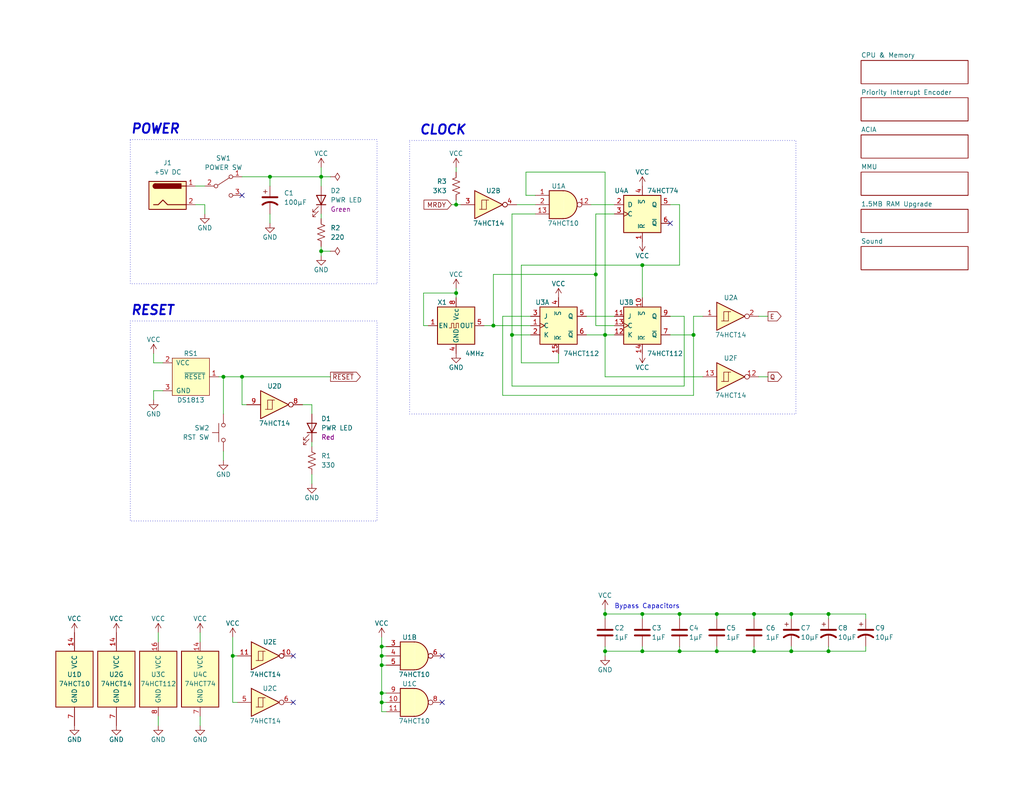
<source format=kicad_sch>
(kicad_sch (version 20230121) (generator eeschema)
  (paper "USLetter")
  (title_block (title "Power, Reset, Clock") (date "2024-01-16") (rev "1.0") (company "Frédéric Segard") (comment 1 "MicroHobbyist's Retro Homebrew Computers") (comment 2 "microhobbyist.com"))
  (lib_symbols
    (symbol "0_Library:DS1813" (pin_names (offset 1.016))
      (property "Reference" "RS" (at 0 2.54 0))
      (property "Value" "DS1813" (at 0 0 0))
      (symbol "DS1813_0_1"
        (rectangle (start 5.08 -1.27) (end -5.08 -11.43) (fill (type background)))
      )
      (symbol "DS1813_1_1"
        (pin output line (at 7.62 -6.35 180) (length 2.54) (name "~{RESET}") (number "1"))
        (pin input line (at -7.62 -2.54 0) (length 2.54) (name "VCC") (number "2"))
        (pin power_in line (at -7.62 -10.16 0) (length 2.54) (name "GND") (number "3"))
      )
    )
    (symbol "74xx:74HC74" (pin_names (offset 1.016))
      (property "Reference" "U" (at -7.62 8.89 0))
      (property "Value" "74HC74" (at -7.62 -8.89 0))
      (symbol "74HC74_1_0"
        (pin input line (at 0 -7.62 90) (length 2.54) (name "~{R}") (number "1"))
        (pin input line (at -7.62 2.54 0) (length 2.54) (name "D") (number "2"))
        (pin input clock (at -7.62 0 0) (length 2.54) (name "C") (number "3"))
        (pin input line (at 0 7.62 270) (length 2.54) (name "~{S}") (number "4"))
        (pin output line (at 7.62 2.54 180) (length 2.54) (name "Q") (number "5"))
        (pin output line (at 7.62 -2.54 180) (length 2.54) (name "~{Q}") (number "6"))
      )
      (symbol "74HC74_1_1"
        (rectangle (start -5.08 5.08) (end 5.08 -5.08) (stroke (width 0.254)) (fill (type background)))
      )
      (symbol "74HC74_2_0"
        (pin input line (at 0 7.62 270) (length 2.54) (name "~{S}") (number "10"))
        (pin input clock (at -7.62 0 0) (length 2.54) (name "C") (number "11"))
        (pin input line (at -7.62 2.54 0) (length 2.54) (name "D") (number "12"))
        (pin input line (at 0 -7.62 90) (length 2.54) (name "~{R}") (number "13"))
        (pin output line (at 7.62 -2.54 180) (length 2.54) (name "~{Q}") (number "8"))
        (pin output line (at 7.62 2.54 180) (length 2.54) (name "Q") (number "9"))
      )
      (symbol "74HC74_2_1"
        (rectangle (start -5.08 5.08) (end 5.08 -5.08) (stroke (width 0.254)) (fill (type background)))
      )
      (symbol "74HC74_3_0"
        (pin power_in line (at 0 10.16 270) (length 2.54) (name "VCC") (number "14"))
        (pin power_in line (at 0 -10.16 90) (length 2.54) (name "GND") (number "7"))
      )
      (symbol "74HC74_3_1"
        (rectangle (start -5.08 7.62) (end 5.08 -7.62) (stroke (width 0.254)) (fill (type background)))
      )
    )
    (symbol "74xx:74LS10" (pin_names (offset 1.016))
      (property "Reference" "U" (at 0 1.27 0))
      (property "Value" "74LS10" (at 0 -1.27 0))
      (symbol "74LS10_1_1"
        (arc (start 0 -3.81) (mid 3.7934 0) (end 0 3.81) (stroke (width 0.254)) (fill (type background)))
        (polyline (pts (xy 0 3.81) (xy -3.81 3.81) (xy -3.81 -3.81) (xy 0 -3.81)) (stroke (width 0.254)) (fill (type background)))
        (pin input line (at -7.62 2.54 0) (length 3.81) (name "~") (number "1"))
        (pin output inverted (at 7.62 0 180) (length 3.81) (name "~") (number "12"))
        (pin input line (at -7.62 -2.54 0) (length 3.81) (name "~") (number "13"))
        (pin input line (at -7.62 0 0) (length 3.81) (name "~") (number "2"))
      )
      (symbol "74LS10_1_2"
        (arc (start -3.81 -3.81) (mid -2.589 0) (end -3.81 3.81) (stroke (width 0.254)))
        (arc (start -0.6096 -3.81) (mid 2.1842 -2.5851) (end 3.81 0) (stroke (width 0.254)) (fill (type background)))
        (polyline (pts (xy -3.81 -3.81) (xy -0.635 -3.81)) (stroke (width 0.254)) (fill (type background)))
        (polyline (pts (xy -3.81 3.81) (xy -0.635 3.81)) (stroke (width 0.254)) (fill (type background)))
        (polyline (pts (xy -0.635 3.81) (xy -3.81 3.81) (xy -3.81 3.81) (xy -3.556 3.4036) (xy -3.0226 2.2606) (xy -2.6924 1.0414) (xy -2.6162 -0.254) (xy -2.7686 -1.4986) (xy -3.175 -2.7178) (xy -3.81 -3.81) (xy -3.81 -3.81) (xy -0.635 -3.81)) (stroke (width -25.4)) (fill (type background)))
        (arc (start 3.81 0) (mid 2.1915 2.5936) (end -0.6096 3.81) (stroke (width 0.254)) (fill (type background)))
        (pin input inverted (at -7.62 2.54 0) (length 4.318) (name "~") (number "1"))
        (pin output line (at 7.62 0 180) (length 3.81) (name "~") (number "12"))
        (pin input inverted (at -7.62 -2.54 0) (length 4.318) (name "~") (number "13"))
        (pin input inverted (at -7.62 0 0) (length 4.953) (name "~") (number "2"))
      )
      (symbol "74LS10_2_1"
        (arc (start 0 -3.81) (mid 3.7934 0) (end 0 3.81) (stroke (width 0.254)) (fill (type background)))
        (polyline (pts (xy 0 3.81) (xy -3.81 3.81) (xy -3.81 -3.81) (xy 0 -3.81)) (stroke (width 0.254)) (fill (type background)))
        (pin input line (at -7.62 2.54 0) (length 3.81) (name "~") (number "3"))
        (pin input line (at -7.62 0 0) (length 3.81) (name "~") (number "4"))
        (pin input line (at -7.62 -2.54 0) (length 3.81) (name "~") (number "5"))
        (pin output inverted (at 7.62 0 180) (length 3.81) (name "~") (number "6"))
      )
      (symbol "74LS10_2_2"
        (arc (start -3.81 -3.81) (mid -2.589 0) (end -3.81 3.81) (stroke (width 0.254)))
        (arc (start -0.6096 -3.81) (mid 2.1842 -2.5851) (end 3.81 0) (stroke (width 0.254)) (fill (type background)))
        (polyline (pts (xy -3.81 -3.81) (xy -0.635 -3.81)) (stroke (width 0.254)) (fill (type background)))
        (polyline (pts (xy -3.81 3.81) (xy -0.635 3.81)) (stroke (width 0.254)) (fill (type background)))
        (polyline (pts (xy -0.635 3.81) (xy -3.81 3.81) (xy -3.81 3.81) (xy -3.556 3.4036) (xy -3.0226 2.2606) (xy -2.6924 1.0414) (xy -2.6162 -0.254) (xy -2.7686 -1.4986) (xy -3.175 -2.7178) (xy -3.81 -3.81) (xy -3.81 -3.81) (xy -0.635 -3.81)) (stroke (width -25.4)) (fill (type background)))
        (arc (start 3.81 0) (mid 2.1915 2.5936) (end -0.6096 3.81) (stroke (width 0.254)) (fill (type background)))
        (pin input inverted (at -7.62 2.54 0) (length 4.318) (name "~") (number "3"))
        (pin input inverted (at -7.62 0 0) (length 4.953) (name "~") (number "4"))
        (pin input inverted (at -7.62 -2.54 0) (length 4.318) (name "~") (number "5"))
        (pin output line (at 7.62 0 180) (length 3.81) (name "~") (number "6"))
      )
      (symbol "74LS10_3_1"
        (arc (start 0 -3.81) (mid 3.7934 0) (end 0 3.81) (stroke (width 0.254)) (fill (type background)))
        (polyline (pts (xy 0 3.81) (xy -3.81 3.81) (xy -3.81 -3.81) (xy 0 -3.81)) (stroke (width 0.254)) (fill (type background)))
        (pin input line (at -7.62 0 0) (length 3.81) (name "~") (number "10"))
        (pin input line (at -7.62 -2.54 0) (length 3.81) (name "~") (number "11"))
        (pin output inverted (at 7.62 0 180) (length 3.81) (name "~") (number "8"))
        (pin input line (at -7.62 2.54 0) (length 3.81) (name "~") (number "9"))
      )
      (symbol "74LS10_3_2"
        (arc (start -3.81 -3.81) (mid -2.589 0) (end -3.81 3.81) (stroke (width 0.254)))
        (arc (start -0.6096 -3.81) (mid 2.1842 -2.5851) (end 3.81 0) (stroke (width 0.254)) (fill (type background)))
        (polyline (pts (xy -3.81 -3.81) (xy -0.635 -3.81)) (stroke (width 0.254)) (fill (type background)))
        (polyline (pts (xy -3.81 3.81) (xy -0.635 3.81)) (stroke (width 0.254)) (fill (type background)))
        (polyline (pts (xy -0.635 3.81) (xy -3.81 3.81) (xy -3.81 3.81) (xy -3.556 3.4036) (xy -3.0226 2.2606) (xy -2.6924 1.0414) (xy -2.6162 -0.254) (xy -2.7686 -1.4986) (xy -3.175 -2.7178) (xy -3.81 -3.81) (xy -3.81 -3.81) (xy -0.635 -3.81)) (stroke (width -25.4)) (fill (type background)))
        (arc (start 3.81 0) (mid 2.1915 2.5936) (end -0.6096 3.81) (stroke (width 0.254)) (fill (type background)))
        (pin input inverted (at -7.62 0 0) (length 4.953) (name "~") (number "10"))
        (pin input inverted (at -7.62 -2.54 0) (length 4.318) (name "~") (number "11"))
        (pin output line (at 7.62 0 180) (length 3.81) (name "~") (number "8"))
        (pin input inverted (at -7.62 2.54 0) (length 4.318) (name "~") (number "9"))
      )
      (symbol "74LS10_4_0"
        (pin power_in line (at 0 12.7 270) (length 5.08) (name "VCC") (number "14"))
        (pin power_in line (at 0 -12.7 90) (length 5.08) (name "GND") (number "7"))
      )
      (symbol "74LS10_4_1"
        (rectangle (start -5.08 7.62) (end 5.08 -7.62) (stroke (width 0.254)) (fill (type background)))
      )
    )
    (symbol "74xx:74LS112" (pin_names (offset 1.016))
      (property "Reference" "U" (at -7.62 8.89 0))
      (property "Value" "74LS112" (at -7.62 -8.89 0))
      (symbol "74LS112_1_0"
        (pin input clock (at -7.62 0 0) (length 2.54) (name "C") (number "1"))
        (pin input line (at 0 -7.62 90) (length 2.54) (name "~{R}") (number "15"))
        (pin input line (at -7.62 -2.54 0) (length 2.54) (name "K") (number "2"))
        (pin input line (at -7.62 2.54 0) (length 2.54) (name "J") (number "3"))
        (pin input line (at 0 7.62 270) (length 2.54) (name "~{S}") (number "4"))
        (pin output line (at 7.62 2.54 180) (length 2.54) (name "Q") (number "5"))
        (pin output line (at 7.62 -2.54 180) (length 2.54) (name "~{Q}") (number "6"))
      )
      (symbol "74LS112_1_1"
        (rectangle (start -5.08 5.08) (end 5.08 -5.08) (stroke (width 0.254)) (fill (type background)))
      )
      (symbol "74LS112_2_0"
        (pin input line (at 0 7.62 270) (length 2.54) (name "~{S}") (number "10"))
        (pin input line (at -7.62 2.54 0) (length 2.54) (name "J") (number "11"))
        (pin input line (at -7.62 -2.54 0) (length 2.54) (name "K") (number "12"))
        (pin input clock (at -7.62 0 0) (length 2.54) (name "C") (number "13"))
        (pin input line (at 0 -7.62 90) (length 2.54) (name "~{R}") (number "14"))
        (pin output line (at 7.62 -2.54 180) (length 2.54) (name "~{Q}") (number "7"))
        (pin output line (at 7.62 2.54 180) (length 2.54) (name "Q") (number "9"))
      )
      (symbol "74LS112_2_1"
        (rectangle (start -5.08 5.08) (end 5.08 -5.08) (stroke (width 0.254)) (fill (type background)))
      )
      (symbol "74LS112_3_0"
        (pin power_in line (at 0 10.16 270) (length 2.54) (name "VCC") (number "16"))
        (pin power_in line (at 0 -10.16 90) (length 2.54) (name "GND") (number "8"))
      )
      (symbol "74LS112_3_1"
        (rectangle (start -5.08 7.62) (end 5.08 -7.62) (stroke (width 0.254)) (fill (type background)))
      )
    )
    (symbol "74xx:74LS14" (pin_names (offset 1.016))
      (property "Reference" "U" (at 0 1.27 0))
      (property "Value" "74LS14" (at 0 -1.27 0))
      (symbol "74LS14_1_0"
        (polyline (pts (xy -3.81 3.81) (xy -3.81 -3.81) (xy 3.81 0) (xy -3.81 3.81)) (stroke (width 0.254)) (fill (type background)))
        (pin input line (at -7.62 0 0) (length 3.81) (name "~") (number "1"))
        (pin output inverted (at 7.62 0 180) (length 3.81) (name "~") (number "2"))
      )
      (symbol "74LS14_1_1"
        (polyline (pts (xy -1.905 -1.27) (xy -1.905 1.27) (xy -0.635 1.27)))
        (polyline (pts (xy -2.54 -1.27) (xy -0.635 -1.27) (xy -0.635 1.27) (xy 0 1.27)))
      )
      (symbol "74LS14_2_0"
        (polyline (pts (xy -3.81 3.81) (xy -3.81 -3.81) (xy 3.81 0) (xy -3.81 3.81)) (stroke (width 0.254)) (fill (type background)))
        (pin input line (at -7.62 0 0) (length 3.81) (name "~") (number "3"))
        (pin output inverted (at 7.62 0 180) (length 3.81) (name "~") (number "4"))
      )
      (symbol "74LS14_2_1"
        (polyline (pts (xy -1.905 -1.27) (xy -1.905 1.27) (xy -0.635 1.27)))
        (polyline (pts (xy -2.54 -1.27) (xy -0.635 -1.27) (xy -0.635 1.27) (xy 0 1.27)))
      )
      (symbol "74LS14_3_0"
        (polyline (pts (xy -3.81 3.81) (xy -3.81 -3.81) (xy 3.81 0) (xy -3.81 3.81)) (stroke (width 0.254)) (fill (type background)))
        (pin input line (at -7.62 0 0) (length 3.81) (name "~") (number "5"))
        (pin output inverted (at 7.62 0 180) (length 3.81) (name "~") (number "6"))
      )
      (symbol "74LS14_3_1"
        (polyline (pts (xy -1.905 -1.27) (xy -1.905 1.27) (xy -0.635 1.27)))
        (polyline (pts (xy -2.54 -1.27) (xy -0.635 -1.27) (xy -0.635 1.27) (xy 0 1.27)))
      )
      (symbol "74LS14_4_0"
        (polyline (pts (xy -3.81 3.81) (xy -3.81 -3.81) (xy 3.81 0) (xy -3.81 3.81)) (stroke (width 0.254)) (fill (type background)))
        (pin output inverted (at 7.62 0 180) (length 3.81) (name "~") (number "8"))
        (pin input line (at -7.62 0 0) (length 3.81) (name "~") (number "9"))
      )
      (symbol "74LS14_4_1"
        (polyline (pts (xy -1.905 -1.27) (xy -1.905 1.27) (xy -0.635 1.27)))
        (polyline (pts (xy -2.54 -1.27) (xy -0.635 -1.27) (xy -0.635 1.27) (xy 0 1.27)))
      )
      (symbol "74LS14_5_0"
        (polyline (pts (xy -3.81 3.81) (xy -3.81 -3.81) (xy 3.81 0) (xy -3.81 3.81)) (stroke (width 0.254)) (fill (type background)))
        (pin output inverted (at 7.62 0 180) (length 3.81) (name "~") (number "10"))
        (pin input line (at -7.62 0 0) (length 3.81) (name "~") (number "11"))
      )
      (symbol "74LS14_5_1"
        (polyline (pts (xy -1.905 -1.27) (xy -1.905 1.27) (xy -0.635 1.27)))
        (polyline (pts (xy -2.54 -1.27) (xy -0.635 -1.27) (xy -0.635 1.27) (xy 0 1.27)))
      )
      (symbol "74LS14_6_0"
        (polyline (pts (xy -3.81 3.81) (xy -3.81 -3.81) (xy 3.81 0) (xy -3.81 3.81)) (stroke (width 0.254)) (fill (type background)))
        (pin output inverted (at 7.62 0 180) (length 3.81) (name "~") (number "12"))
        (pin input line (at -7.62 0 0) (length 3.81) (name "~") (number "13"))
      )
      (symbol "74LS14_6_1"
        (polyline (pts (xy -1.905 -1.27) (xy -1.905 1.27) (xy -0.635 1.27)))
        (polyline (pts (xy -2.54 -1.27) (xy -0.635 -1.27) (xy -0.635 1.27) (xy 0 1.27)))
      )
      (symbol "74LS14_7_0"
        (pin power_in line (at 0 12.7 270) (length 5.08) (name "VCC") (number "14"))
        (pin power_in line (at 0 -12.7 90) (length 5.08) (name "GND") (number "7"))
      )
      (symbol "74LS14_7_1"
        (rectangle (start -5.08 7.62) (end 5.08 -7.62) (stroke (width 0.254)) (fill (type background)))
      )
    )
    (symbol "Connector:Barrel_Jack" (pin_names (offset 1.016))
      (property "Reference" "J" (at 0 5.334 0))
      (property "Value" "Barrel_Jack" (at 0 -5.08 0))
      (symbol "Barrel_Jack_0_1"
        (rectangle (start -5.08 3.81) (end 5.08 -3.81) (stroke (width 0.254)) (fill (type background)))
        (arc (start -3.302 3.175) (mid -3.9343 2.54) (end -3.302 1.905) (stroke (width 0.254)))
        (arc (start -3.302 3.175) (mid -3.9343 2.54) (end -3.302 1.905) (stroke (width 0.254)) (fill (type outline)))
        (polyline (pts (xy 5.08 2.54) (xy 3.81 2.54)) (stroke (width 0.254)))
        (polyline (pts (xy -3.81 -2.54) (xy -2.54 -2.54) (xy -1.27 -1.27) (xy 0 -2.54) (xy 2.54 -2.54) (xy 5.08 -2.54)) (stroke (width 0.254)))
        (rectangle (start 3.683 3.175) (end -3.302 1.905) (stroke (width 0.254)) (fill (type outline)))
      )
      (symbol "Barrel_Jack_1_1"
        (pin passive line (at 7.62 2.54 180) (length 2.54) (name "~") (number "1"))
        (pin passive line (at 7.62 -2.54 180) (length 2.54) (name "~") (number "2"))
      )
    )
    (symbol "Device:C" (pin_numbers hide) (pin_names (offset 0.254))
      (property "Reference" "C" (at 0.635 2.54 0))
      (property "Value" "C" (at 0.635 -2.54 0))
      (symbol "C_0_1"
        (polyline (pts (xy -2.032 -0.762) (xy 2.032 -0.762)) (stroke (width 0.508)))
        (polyline (pts (xy -2.032 0.762) (xy 2.032 0.762)) (stroke (width 0.508)))
      )
      (symbol "C_1_1"
        (pin passive line (at 0 3.81 270) (length 2.794) (name "~") (number "1"))
        (pin passive line (at 0 -3.81 90) (length 2.794) (name "~") (number "2"))
      )
    )
    (symbol "Device:C_Polarized_US" (pin_numbers hide) (pin_names (offset 0.254) hide)
      (property "Reference" "C" (at 0.635 2.54 0))
      (property "Value" "C_Polarized_US" (at 0.635 -2.54 0))
      (symbol "C_Polarized_US_0_1"
        (polyline (pts (xy -2.032 0.762) (xy 2.032 0.762)) (stroke (width 0.508)))
        (polyline (pts (xy -1.778 2.286) (xy -0.762 2.286)))
        (polyline (pts (xy -1.27 1.778) (xy -1.27 2.794)))
        (arc (start 2.032 -1.27) (mid 0 -0.5572) (end -2.032 -1.27) (stroke (width 0.508)))
      )
      (symbol "C_Polarized_US_1_1"
        (pin passive line (at 0 3.81 270) (length 2.794) (name "~") (number "1"))
        (pin passive line (at 0 -3.81 90) (length 3.302) (name "~") (number "2"))
      )
    )
    (symbol "Device:LED" (pin_numbers hide) (pin_names (offset 1.016) hide)
      (property "Reference" "D" (at 0 2.54 0))
      (property "Value" "LED" (at 0 -2.54 0))
      (symbol "LED_0_1"
        (polyline (pts (xy -1.27 -1.27) (xy -1.27 1.27)) (stroke (width 0.254)))
        (polyline (pts (xy -1.27 0) (xy 1.27 0)))
        (polyline (pts (xy 1.27 -1.27) (xy 1.27 1.27) (xy -1.27 0) (xy 1.27 -1.27)) (stroke (width 0.254)))
        (polyline (pts (xy -3.048 -0.762) (xy -4.572 -2.286) (xy -3.81 -2.286) (xy -4.572 -2.286) (xy -4.572 -1.524)))
        (polyline (pts (xy -1.778 -0.762) (xy -3.302 -2.286) (xy -2.54 -2.286) (xy -3.302 -2.286) (xy -3.302 -1.524)))
      )
      (symbol "LED_1_1"
        (pin passive line (at -3.81 0 0) (length 2.54) (name "K") (number "1"))
        (pin passive line (at 3.81 0 180) (length 2.54) (name "A") (number "2"))
      )
    )
    (symbol "Device:R_US" (pin_numbers hide) (pin_names (offset 0))
      (property "Reference" "R" (at 2.54 0 90))
      (property "Value" "R_US" (at -2.54 0 90))
      (symbol "R_US_0_1"
        (polyline (pts (xy 0 -2.286) (xy 0 -2.54)))
        (polyline (pts (xy 0 2.286) (xy 0 2.54)))
        (polyline (pts (xy 0 -0.762) (xy 1.016 -1.143) (xy 0 -1.524) (xy -1.016 -1.905) (xy 0 -2.286)))
        (polyline (pts (xy 0 0.762) (xy 1.016 0.381) (xy 0 0) (xy -1.016 -0.381) (xy 0 -0.762)))
        (polyline (pts (xy 0 2.286) (xy 1.016 1.905) (xy 0 1.524) (xy -1.016 1.143) (xy 0 0.762)))
      )
      (symbol "R_US_1_1"
        (pin passive line (at 0 3.81 270) (length 1.27) (name "~") (number "1"))
        (pin passive line (at 0 -3.81 90) (length 1.27) (name "~") (number "2"))
      )
    )
    (symbol "Oscillator:CXO_DIP8" (pin_names (offset 0.254))
      (property "Reference" "X" (at -5.08 6.35 0))
      (property "Value" "CXO_DIP8" (at 1.27 -6.35 0))
      (symbol "CXO_DIP8_0_1"
        (rectangle (start -5.08 5.08) (end 5.08 -5.08) (stroke (width 0.254)) (fill (type background)))
        (polyline (pts (xy -1.905 -0.635) (xy -1.27 -0.635) (xy -1.27 0.635) (xy -0.635 0.635) (xy -0.635 -0.635) (xy 0 -0.635) (xy 0 0.635) (xy 0.635 0.635) (xy 0.635 -0.635)))
      )
      (symbol "CXO_DIP8_1_1"
        (pin input line (at -7.62 0 0) (length 2.54) (name "EN") (number "1"))
        (pin power_in line (at 0 -7.62 90) (length 2.54) (name "GND") (number "4"))
        (pin output line (at 7.62 0 180) (length 2.54) (name "OUT") (number "5"))
        (pin power_in line (at 0 7.62 270) (length 2.54) (name "Vcc") (number "8"))
      )
    )
    (symbol "Switch:SW_Push" (pin_numbers hide) (pin_names (offset 1.016) hide)
      (property "Reference" "SW" (at 1.27 2.54 0))
      (property "Value" "SW_Push" (at 0 -1.524 0))
      (symbol "SW_Push_0_1"
        (circle (center -2.032 0) (radius 0.508))
        (polyline (pts (xy 0 1.27) (xy 0 3.048)))
        (polyline (pts (xy 2.54 1.27) (xy -2.54 1.27)))
        (circle (center 2.032 0) (radius 0.508))
        (pin passive line (at -5.08 0 0) (length 2.54) (name "1") (number "1"))
        (pin passive line (at 5.08 0 180) (length 2.54) (name "2") (number "2"))
      )
    )
    (symbol "Switch:SW_SPDT" (pin_names (offset 0) hide)
      (property "Reference" "SW" (at 0 4.318 0))
      (property "Value" "SW_SPDT" (at 0 -5.08 0))
      (symbol "SW_SPDT_0_0"
        (circle (center -2.032 0) (radius 0.508))
        (circle (center 2.032 -2.54) (radius 0.508))
      )
      (symbol "SW_SPDT_0_1"
        (polyline (pts (xy -1.524 0.254) (xy 1.651 2.286)))
        (circle (center 2.032 2.54) (radius 0.508))
      )
      (symbol "SW_SPDT_1_1"
        (pin passive line (at 5.08 2.54 180) (length 2.54) (name "A") (number "1"))
        (pin passive line (at -5.08 0 0) (length 2.54) (name "B") (number "2"))
        (pin passive line (at 5.08 -2.54 180) (length 2.54) (name "C") (number "3"))
      )
    )
    (symbol "power:GND" (power) (pin_names (offset 0))
      (property "Value" "GND" (at 0 -3.81 0))
      (symbol "GND_0_1"
        (polyline (pts (xy 0 0) (xy 0 -1.27) (xy 1.27 -1.27) (xy 0 -2.54) (xy -1.27 -1.27) (xy 0 -1.27)))
      )
      (symbol "GND_1_1"
        (pin power_in line (at 0 0 270) (length 0) hide (name "GND") (number "1"))
      )
    )
    (symbol "power:PWR_FLAG" (power) (pin_numbers hide) (pin_names (offset 0) hide)
      (property "Value" "PWR_FLAG" (at 0 3.81 0))
      (symbol "PWR_FLAG_0_0"
        (pin power_out line (at 0 0 90) (length 0) (name "pwr") (number "1"))
      )
      (symbol "PWR_FLAG_0_1"
        (polyline (pts (xy 0 0) (xy 0 1.27) (xy -1.016 1.905) (xy 0 2.54) (xy 1.016 1.905) (xy 0 1.27)))
      )
    )
    (symbol "power:VCC" (power) (pin_names (offset 0))
      (property "Value" "VCC" (at 0 3.81 0))
      (symbol "VCC_0_1"
        (polyline (pts (xy -0.762 1.27) (xy 0 2.54)))
        (polyline (pts (xy 0 0) (xy 0 2.54)))
        (polyline (pts (xy 0 2.54) (xy 0.762 1.27)))
      )
      (symbol "VCC_1_1"
        (pin power_in line (at 0 0 90) (length 0) hide (name "VCC") (number "1"))
      )
    )
  )
  (junction (at 185.42 167.64))
  (junction (at 104.14 179.07))
  (junction (at 104.14 191.77))
  (junction (at 139.7 91.44))
  (junction (at 226.06 167.64))
  (junction (at 104.14 181.61))
  (junction (at 205.74 177.8))
  (junction (at 60.96 102.87))
  (junction (at 175.26 72.39))
  (junction (at 104.14 189.23))
  (junction (at 165.1 91.44))
  (junction (at 185.42 177.8))
  (junction (at 205.74 167.64))
  (junction (at 162.56 74.93))
  (junction (at 87.63 48.26))
  (junction (at 189.23 91.44))
  (junction (at 175.26 177.8))
  (junction (at 165.1 177.8))
  (junction (at 87.63 68.58))
  (junction (at 66.04 102.87))
  (junction (at 63.5 179.07))
  (junction (at 124.46 80.01))
  (junction (at 134.62 88.9))
  (junction (at 215.9 167.64))
  (junction (at 165.1 167.64))
  (junction (at 73.66 48.26))
  (junction (at 195.58 177.8))
  (junction (at 215.9 177.8))
  (junction (at 195.58 167.64))
  (junction (at 226.06 177.8))
  (junction (at 175.26 167.64))
  (junction (at 104.14 176.53))
  (junction (at 124.46 55.88))
  (no_connect (at 80.01 179.07))
  (no_connect (at 120.65 191.77))
  (no_connect (at 80.01 191.77))
  (no_connect (at 120.65 179.07))
  (no_connect (at 66.04 53.34))
  (no_connect (at 182.88 60.96))
  (wire (pts (xy 236.22 176.53) (xy 236.22 177.8)))
  (wire (pts (xy 63.5 173.99) (xy 63.5 179.07)))
  (wire (pts (xy 215.9 177.8) (xy 226.06 177.8)))
  (wire (pts (xy 43.18 195.58) (xy 43.18 198.12)))
  (wire (pts (xy 104.14 189.23) (xy 105.41 189.23)))
  (wire (pts (xy 207.01 102.87) (xy 209.55 102.87)))
  (wire (pts (xy 137.16 86.36) (xy 137.16 107.95)))
  (wire (pts (xy 87.63 48.26) (xy 73.66 48.26)))
  (wire (pts (xy 87.63 58.42) (xy 87.63 59.69)))
  (wire (pts (xy 63.5 179.07) (xy 63.5 191.77)))
  (wire (pts (xy 186.69 86.36) (xy 186.69 105.41)))
  (wire (pts (xy 182.88 86.36) (xy 186.69 86.36)))
  (wire (pts (xy 175.26 167.64) (xy 185.42 167.64)))
  (wire (pts (xy 87.63 48.26) (xy 87.63 50.8)))
  (wire (pts (xy 165.1 91.44) (xy 165.1 46.99)))
  (wire (pts (xy 161.29 55.88) (xy 167.64 55.88)))
  (wire (pts (xy 124.46 78.74) (xy 124.46 80.01)))
  (wire (pts (xy 165.1 177.8) (xy 175.26 177.8)))
  (wire (pts (xy 87.63 67.31) (xy 87.63 68.58)))
  (wire (pts (xy 143.51 53.34) (xy 146.05 53.34)))
  (wire (pts (xy 85.09 129.54) (xy 85.09 132.08)))
  (wire (pts (xy 189.23 91.44) (xy 182.88 91.44)))
  (wire (pts (xy 104.14 181.61) (xy 104.14 179.07)))
  (wire (pts (xy 104.14 181.61) (xy 105.41 181.61)))
  (wire (pts (xy 186.69 105.41) (xy 139.7 105.41)))
  (wire (pts (xy 207.01 86.36) (xy 209.55 86.36)))
  (wire (pts (xy 205.74 167.64) (xy 205.74 168.91)))
  (wire (pts (xy 43.18 172.72) (xy 43.18 175.26)))
  (wire (pts (xy 142.24 99.06) (xy 142.24 72.39)))
  (wire (pts (xy 105.41 194.31) (xy 104.14 194.31)))
  (wire (pts (xy 66.04 102.87) (xy 66.04 110.49)))
  (wire (pts (xy 44.45 99.06) (xy 41.91 99.06)))
  (wire (pts (xy 167.64 88.9) (xy 162.56 88.9)))
  (wire (pts (xy 195.58 167.64) (xy 205.74 167.64)))
  (wire (pts (xy 152.4 96.52) (xy 152.4 99.06)))
  (wire (pts (xy 185.42 55.88) (xy 182.88 55.88)))
  (wire (pts (xy 54.61 172.72) (xy 54.61 175.26)))
  (wire (pts (xy 134.62 88.9) (xy 144.78 88.9)))
  (wire (pts (xy 104.14 176.53) (xy 105.41 176.53)))
  (wire (pts (xy 139.7 91.44) (xy 139.7 58.42)))
  (wire (pts (xy 143.51 46.99) (xy 143.51 53.34)))
  (wire (pts (xy 236.22 167.64) (xy 236.22 168.91)))
  (wire (pts (xy 54.61 195.58) (xy 54.61 198.12)))
  (wire (pts (xy 142.24 72.39) (xy 175.26 72.39)))
  (wire (pts (xy 82.55 110.49) (xy 85.09 110.49)))
  (wire (pts (xy 87.63 45.72) (xy 87.63 48.26)))
  (wire (pts (xy 53.34 55.88) (xy 55.88 55.88)))
  (wire (pts (xy 185.42 167.64) (xy 185.42 168.91)))
  (wire (pts (xy 165.1 177.8) (xy 165.1 179.07)))
  (wire (pts (xy 60.96 102.87) (xy 60.96 113.03)))
  (wire (pts (xy 215.9 177.8) (xy 205.74 177.8)))
  (wire (pts (xy 104.14 189.23) (xy 104.14 181.61)))
  (wire (pts (xy 162.56 58.42) (xy 162.56 74.93)))
  (wire (pts (xy 139.7 58.42) (xy 146.05 58.42)))
  (wire (pts (xy 124.46 55.88) (xy 125.73 55.88)))
  (wire (pts (xy 144.78 86.36) (xy 137.16 86.36)))
  (wire (pts (xy 165.1 176.53) (xy 165.1 177.8)))
  (wire (pts (xy 124.46 54.61) (xy 124.46 55.88)))
  (wire (pts (xy 162.56 58.42) (xy 167.64 58.42)))
  (wire (pts (xy 195.58 167.64) (xy 195.58 168.91)))
  (wire (pts (xy 41.91 99.06) (xy 41.91 96.52)))
  (wire (pts (xy 226.06 167.64) (xy 226.06 168.91)))
  (wire (pts (xy 63.5 191.77) (xy 64.77 191.77)))
  (wire (pts (xy 226.06 167.64) (xy 236.22 167.64)))
  (wire (pts (xy 123.19 55.88) (xy 124.46 55.88)))
  (wire (pts (xy 85.09 110.49) (xy 85.09 113.03)))
  (wire (pts (xy 73.66 58.42) (xy 73.66 60.96)))
  (wire (pts (xy 165.1 167.64) (xy 175.26 167.64)))
  (wire (pts (xy 175.26 176.53) (xy 175.26 177.8)))
  (wire (pts (xy 215.9 168.91) (xy 215.9 167.64)))
  (wire (pts (xy 87.63 68.58) (xy 87.63 69.85)))
  (wire (pts (xy 185.42 177.8) (xy 195.58 177.8)))
  (wire (pts (xy 175.26 167.64) (xy 175.26 168.91)))
  (wire (pts (xy 137.16 107.95) (xy 189.23 107.95)))
  (wire (pts (xy 60.96 102.87) (xy 59.69 102.87)))
  (wire (pts (xy 134.62 74.93) (xy 162.56 74.93)))
  (wire (pts (xy 175.26 177.8) (xy 185.42 177.8)))
  (wire (pts (xy 189.23 107.95) (xy 189.23 91.44)))
  (wire (pts (xy 140.97 55.88) (xy 146.05 55.88)))
  (wire (pts (xy 162.56 88.9) (xy 162.56 74.93)))
  (wire (pts (xy 185.42 176.53) (xy 185.42 177.8)))
  (wire (pts (xy 165.1 102.87) (xy 165.1 91.44)))
  (wire (pts (xy 189.23 86.36) (xy 191.77 86.36)))
  (wire (pts (xy 104.14 194.31) (xy 104.14 191.77)))
  (wire (pts (xy 160.02 86.36) (xy 167.64 86.36)))
  (wire (pts (xy 60.96 102.87) (xy 66.04 102.87)))
  (wire (pts (xy 165.1 46.99) (xy 143.51 46.99)))
  (wire (pts (xy 191.77 102.87) (xy 165.1 102.87)))
  (wire (pts (xy 104.14 191.77) (xy 105.41 191.77)))
  (wire (pts (xy 66.04 102.87) (xy 90.17 102.87)))
  (wire (pts (xy 152.4 99.06) (xy 142.24 99.06)))
  (wire (pts (xy 175.26 72.39) (xy 185.42 72.39)))
  (wire (pts (xy 160.02 91.44) (xy 165.1 91.44)))
  (wire (pts (xy 124.46 80.01) (xy 124.46 81.28)))
  (wire (pts (xy 115.57 88.9) (xy 115.57 80.01)))
  (wire (pts (xy 139.7 91.44) (xy 144.78 91.44)))
  (wire (pts (xy 67.31 110.49) (xy 66.04 110.49)))
  (wire (pts (xy 60.96 123.19) (xy 60.96 125.73)))
  (wire (pts (xy 134.62 74.93) (xy 134.62 88.9)))
  (wire (pts (xy 115.57 80.01) (xy 124.46 80.01)))
  (wire (pts (xy 185.42 167.64) (xy 195.58 167.64)))
  (wire (pts (xy 175.26 72.39) (xy 175.26 81.28)))
  (wire (pts (xy 215.9 167.64) (xy 226.06 167.64)))
  (wire (pts (xy 185.42 72.39) (xy 185.42 55.88)))
  (wire (pts (xy 215.9 176.53) (xy 215.9 177.8)))
  (wire (pts (xy 195.58 177.8) (xy 205.74 177.8)))
  (wire (pts (xy 215.9 167.64) (xy 205.74 167.64)))
  (wire (pts (xy 85.09 120.65) (xy 85.09 121.92)))
  (wire (pts (xy 116.84 88.9) (xy 115.57 88.9)))
  (wire (pts (xy 87.63 48.26) (xy 90.17 48.26)))
  (wire (pts (xy 87.63 68.58) (xy 90.17 68.58)))
  (wire (pts (xy 124.46 45.72) (xy 124.46 46.99)))
  (wire (pts (xy 226.06 176.53) (xy 226.06 177.8)))
  (wire (pts (xy 44.45 106.68) (xy 41.91 106.68)))
  (wire (pts (xy 139.7 105.41) (xy 139.7 91.44)))
  (wire (pts (xy 165.1 167.64) (xy 165.1 168.91)))
  (wire (pts (xy 104.14 173.99) (xy 104.14 176.53)))
  (wire (pts (xy 41.91 106.68) (xy 41.91 109.22)))
  (wire (pts (xy 63.5 179.07) (xy 64.77 179.07)))
  (wire (pts (xy 66.04 48.26) (xy 73.66 48.26)))
  (wire (pts (xy 55.88 55.88) (xy 55.88 58.42)))
  (wire (pts (xy 189.23 86.36) (xy 189.23 91.44)))
  (wire (pts (xy 195.58 176.53) (xy 195.58 177.8)))
  (wire (pts (xy 53.34 50.8) (xy 55.88 50.8)))
  (wire (pts (xy 165.1 166.37) (xy 165.1 167.64)))
  (wire (pts (xy 104.14 179.07) (xy 104.14 176.53)))
  (wire (pts (xy 104.14 179.07) (xy 105.41 179.07)))
  (wire (pts (xy 73.66 48.26) (xy 73.66 50.8)))
  (wire (pts (xy 104.14 191.77) (xy 104.14 189.23)))
  (wire (pts (xy 132.08 88.9) (xy 134.62 88.9)))
  (wire (pts (xy 165.1 91.44) (xy 167.64 91.44)))
  (wire (pts (xy 226.06 177.8) (xy 236.22 177.8)))
  (wire (pts (xy 205.74 176.53) (xy 205.74 177.8)))
  (rectangle (start 35.56 38.1) (end 102.87 77.47) (stroke (width 0) (type dot)))
  (rectangle (start 111.76 38.354) (end 217.17 113.03) (stroke (width 0) (type dot)))
  (rectangle (start 35.56 87.63) (end 102.87 142.24) (stroke (width 0) (type dot)))
  (text "RESET" (at 35.56 86.36 0) (effects (font (size 2.54 2.54) (thickness 0.508) bold italic) (justify left bottom)))
  (text "Bypass Capacitors" (at 167.64 166.37 0) (effects (font (size 1.27 1.27)) (justify left bottom)))
  (text "CLOCK" (at 114.3 37.084 0) (effects (font (size 2.54 2.54) (thickness 0.508) bold italic) (justify left bottom)))
  (text "POWER" (at 35.56 36.83 0) (effects (font (size 2.54 2.54) (thickness 0.508) bold italic) (justify left bottom)))
  (global_label "MRDY" (shape input) (at 123.19 55.88 180) (property "Intersheetrefs" "${INTERSHEET_REFS}" (effects hide)))
  (global_label "~{RESET}" (shape output) (at 90.17 102.87 0) (property "Intersheetrefs" "${INTERSHEET_REFS}" (effects hide)))
  (global_label "E" (shape output) (at 209.55 86.36 0) (property "Intersheetrefs" "${INTERSHEET_REFS}" (effects hide)))
  (global_label "Q" (shape output) (at 209.55 102.87 0) (property "Intersheetrefs" "${INTERSHEET_REFS}" (effects hide)))
  (symbol (lib_id "Device:R_US") (at 85.09 125.73 0) (unit 1)
    (property "Reference" "R1" (at 87.63 124.46 0) (effects (justify left)))
    (property "Value" "330" (at 87.63 127 0) (effects (justify left)))
    (property "Footprint" "Resistor_THT:R_Axial_DIN0204_L3.6mm_D1.6mm_P7.62mm_Horizontal" (effects hide))
  )
  (symbol (lib_id "Device:C") (at 165.1 172.72 0) (unit 1)
    (property "Reference" "C2" (at 167.64 171.45 0) (effects (justify left)))
    (property "Value" "1µF" (at 167.64 173.99 0) (effects (justify left)))
    (property "Footprint" "Capacitor_THT:C_Disc_D3.0mm_W1.6mm_P2.50mm" (effects hide))
  )
  (symbol (lib_id "power:GND") (at 43.18 198.12 0) (mirror y) (unit 1)
    (property "Reference" "#PWR08" (effects hide))
    (property "Value" "GND" (at 43.18 201.93 0))
  )
  (symbol (lib_id "74xx:74LS14") (at 74.93 110.49 0) (unit 4)
    (property "Reference" "U2" (at 74.93 105.41 0))
    (property "Value" "74HCT14" (at 74.93 115.57 0))
    (property "Footprint" "Package_DIP:DIP-14_W7.62mm_Socket" (effects hide))
    (property "Datasheet" "http://www.ti.com/lit/gpn/sn74LS14" (effects hide))
  )
  (symbol (lib_id "74xx:74LS14") (at 31.75 185.42 0) (mirror y) (unit 7)
    (property "Reference" "U2" (at 31.75 184.15 0))
    (property "Value" "74HCT14" (at 31.75 186.69 0))
    (property "Footprint" "Package_DIP:DIP-14_W7.62mm_Socket" (effects hide))
    (property "Datasheet" "http://www.ti.com/lit/gpn/sn74LS14" (effects hide))
  )
  (symbol (lib_id "74xx:74HC74") (at 175.26 58.42 0) (unit 1)
    (property "Reference" "U4" (at 167.64 52.07 0) (effects (justify left)))
    (property "Value" "74HCT74" (at 176.53 52.07 0) (effects (justify left)))
    (property "Footprint" "Package_DIP:DIP-14_W7.62mm_Socket" (effects hide))
    (property "Datasheet" "74xx/74hc_hct74.pdf" (effects hide))
  )
  (symbol (lib_id "power:GND") (at 31.75 198.12 0) (mirror y) (unit 1)
    (property "Reference" "#PWR04" (effects hide))
    (property "Value" "GND" (at 31.75 201.93 0))
  )
  (symbol (lib_id "power:VCC") (at 175.26 96.52 180) (unit 1)
    (property "Reference" "#PWR028" (effects hide))
    (property "Value" "VCC" (at 175.26 100.33 0))
  )
  (symbol (lib_id "power:VCC") (at 104.14 173.99 0) (unit 1)
    (property "Reference" "#PWR019" (effects hide))
    (property "Value" "VCC" (at 104.14 170.18 0))
  )
  (symbol (lib_id "power:GND") (at 87.63 69.85 0) (unit 1)
    (property "Reference" "#PWR017" (effects hide))
    (property "Value" "GND" (at 87.63 73.66 0))
  )
  (symbol (lib_id "74xx:74LS14") (at 199.39 102.87 0) (unit 6)
    (property "Reference" "U2" (at 199.39 97.79 0))
    (property "Value" "74HCT14" (at 199.39 107.95 0))
    (property "Footprint" "Package_DIP:DIP-14_W7.62mm_Socket" (effects hide))
    (property "Datasheet" "http://www.ti.com/lit/gpn/sn74LS14" (effects hide))
  )
  (symbol (lib_id "Device:C_Polarized_US") (at 73.66 54.61 0) (unit 1)
    (property "Reference" "C1" (at 77.47 52.705 0) (effects (justify left)))
    (property "Value" "100µF" (at 77.47 55.245 0) (effects (justify left)))
    (property "Footprint" "Capacitor_THT:CP_Radial_D6.3mm_P2.50mm" (effects hide))
  )
  (symbol (lib_id "74xx:74HC74") (at 54.61 185.42 0) (mirror y) (unit 3)
    (property "Reference" "U4" (at 54.61 184.15 0))
    (property "Value" "74HCT74" (at 54.61 186.69 0))
    (property "Footprint" "Package_DIP:DIP-14_W7.62mm_Socket" (effects hide))
    (property "Datasheet" "74xx/74hc_hct74.pdf" (effects hide))
  )
  (symbol (lib_id "Device:C") (at 205.74 172.72 0) (unit 1)
    (property "Reference" "C6" (at 208.915 171.45 0) (effects (justify left)))
    (property "Value" "1µF" (at 208.915 173.99 0) (effects (justify left)))
    (property "Footprint" "Capacitor_THT:C_Disc_D3.0mm_W1.6mm_P2.50mm" (effects hide))
  )
  (symbol (lib_id "power:VCC") (at 31.75 172.72 0) (mirror y) (unit 1)
    (property "Reference" "#PWR03" (effects hide))
    (property "Value" "VCC" (at 31.75 168.91 0))
  )
  (symbol (lib_id "power:VCC") (at 87.63 45.72 0) (unit 1)
    (property "Reference" "#PWR016" (effects hide))
    (property "Value" "VCC" (at 87.63 41.91 0))
  )
  (symbol (lib_id "Switch:SW_Push") (at 60.96 118.11 90) (mirror x) (unit 1)
    (property "Reference" "SW2" (at 57.15 116.84 90) (effects (justify left)))
    (property "Value" "RST SW" (at 57.15 119.38 90) (effects (justify left)))
    (property "Footprint" "Button_Switch_THT:SW_Tactile_SPST_Angled_PTS645Vx58-2LFS" (effects hide))
  )
  (symbol (lib_id "74xx:74LS112") (at 43.18 185.42 0) (mirror y) (unit 3)
    (property "Reference" "U3" (at 43.18 184.15 0))
    (property "Value" "74HCT112" (at 43.18 186.69 0))
    (property "Footprint" "Package_DIP:DIP-18_W7.62mm_Socket" (effects hide))
    (property "Datasheet" "http://www.ti.com/lit/gpn/sn74LS112" (effects hide))
  )
  (symbol (lib_id "Device:LED") (at 87.63 54.61 270) (mirror x) (unit 1)
    (property "Reference" "D2" (at 90.17 52.07 90) (effects (justify left)))
    (property "Value" "PWR LED" (at 90.17 54.61 90) (effects (justify left)))
    (property "Footprint" "LED_THT:LED_D3.0mm" (effects hide))
    (property "Color" "Green" (at 90.17 57.15 90) (effects (justify left)))
  )
  (symbol (lib_id "Connector:Barrel_Jack") (at 45.72 53.34 0) (unit 1)
    (property "Reference" "J1" (at 45.72 44.45 0))
    (property "Value" "+5V DC" (at 45.72 46.99 0))
    (property "Footprint" "0_Library:Barrel_Jack_5.5mmODx2.1mmID_PJ-202A" (effects hide))
  )
  (symbol (lib_id "Device:C_Polarized_US") (at 226.06 172.72 0) (unit 1)
    (property "Reference" "C8" (at 228.6 171.45 0) (effects (justify left)))
    (property "Value" "10µF" (at 228.6 173.99 0) (effects (justify left)))
    (property "Footprint" "Capacitor_THT:CP_Radial_D5.0mm_P2.50mm" (effects hide))
  )
  (symbol (lib_id "power:VCC") (at 152.4 81.28 0) (unit 1)
    (property "Reference" "#PWR023" (effects hide))
    (property "Value" "VCC" (at 152.4 77.47 0))
  )
  (symbol (lib_id "Device:C_Polarized_US") (at 236.22 172.72 0) (unit 1)
    (property "Reference" "C9" (at 238.76 171.45 0) (effects (justify left)))
    (property "Value" "10µF" (at 238.76 173.99 0) (effects (justify left)))
    (property "Footprint" "Capacitor_THT:CP_Radial_D5.0mm_P2.50mm" (effects hide))
  )
  (symbol (lib_id "74xx:74LS14") (at 72.39 179.07 0) (unit 5)
    (property "Reference" "U2" (at 73.66 175.26 0))
    (property "Value" "74HCT14" (at 72.39 184.15 0))
    (property "Footprint" "Package_DIP:DIP-14_W7.62mm_Socket" (effects hide))
    (property "Datasheet" "http://www.ti.com/lit/gpn/sn74LS14" (effects hide))
  )
  (symbol (lib_id "Oscillator:CXO_DIP8") (at 124.46 88.9 0) (unit 1)
    (property "Reference" "X1" (at 120.65 82.55 0))
    (property "Value" "4MHz" (at 129.54 96.52 0))
    (property "Footprint" "Oscillator:Oscillator_DIP-8" (effects hide))
    (property "Datasheet" "http://cdn-reichelt.de/documents/datenblatt/B400/OSZI.pdf" (effects hide))
  )
  (symbol (lib_id "74xx:74LS112") (at 175.26 88.9 0) (unit 2)
    (property "Reference" "U3" (at 168.91 82.55 0) (effects (justify left)))
    (property "Value" "74HCT112" (at 176.53 96.52 0) (effects (justify left)))
    (property "Footprint" "Package_DIP:DIP-18_W7.62mm_Socket" (effects hide))
    (property "Datasheet" "http://www.ti.com/lit/gpn/sn74LS112" (effects hide))
  )
  (symbol (lib_id "power:VCC") (at 41.91 96.52 0) (unit 1)
    (property "Reference" "#PWR05" (effects hide))
    (property "Value" "VCC" (at 41.91 92.71 0))
  )
  (symbol (lib_id "power:GND") (at 85.09 132.08 0) (unit 1)
    (property "Reference" "#PWR015" (effects hide))
    (property "Value" "GND" (at 85.09 135.89 0))
  )
  (symbol (lib_id "power:GND") (at 41.91 109.22 0) (unit 1)
    (property "Reference" "#PWR06" (effects hide))
    (property "Value" "GND" (at 41.91 113.03 0))
  )
  (symbol (lib_id "power:VCC") (at 165.1 166.37 0) (unit 1)
    (property "Reference" "#PWR024" (effects hide))
    (property "Value" "VCC" (at 165.1 162.56 0))
  )
  (symbol (lib_id "power:VCC") (at 175.26 50.8 0) (unit 1)
    (property "Reference" "#PWR026" (effects hide))
    (property "Value" "VCC" (at 175.26 46.99 0))
  )
  (symbol (lib_id "74xx:74LS14") (at 199.39 86.36 0) (unit 1)
    (property "Reference" "U2" (at 199.39 81.28 0))
    (property "Value" "74HCT14" (at 199.39 91.44 0))
    (property "Footprint" "Package_DIP:DIP-14_W7.62mm_Socket" (effects hide))
    (property "Datasheet" "http://www.ti.com/lit/gpn/sn74LS14" (effects hide))
  )
  (symbol (lib_id "Device:C") (at 195.58 172.72 0) (unit 1)
    (property "Reference" "C5" (at 198.12 171.45 0) (effects (justify left)))
    (property "Value" "1µF" (at 198.12 173.99 0) (effects (justify left)))
    (property "Footprint" "Capacitor_THT:C_Disc_D3.0mm_W1.6mm_P2.50mm" (effects hide))
  )
  (symbol (lib_id "power:GND") (at 20.32 198.12 0) (mirror y) (unit 1)
    (property "Reference" "#PWR02" (effects hide))
    (property "Value" "GND" (at 20.32 201.93 0))
  )
  (symbol (lib_id "power:GND") (at 73.66 60.96 0) (unit 1)
    (property "Reference" "#PWR014" (effects hide))
    (property "Value" "GND" (at 73.66 64.77 0))
  )
  (symbol (lib_id "power:VCC") (at 54.61 172.72 0) (mirror y) (unit 1)
    (property "Reference" "#PWR09" (effects hide))
    (property "Value" "VCC" (at 54.61 168.91 0))
  )
  (symbol (lib_id "74xx:74LS14") (at 72.39 191.77 0) (unit 3)
    (property "Reference" "U2" (at 73.66 187.96 0))
    (property "Value" "74HCT14" (at 72.39 196.85 0))
    (property "Footprint" "Package_DIP:DIP-14_W7.62mm_Socket" (effects hide))
    (property "Datasheet" "http://www.ti.com/lit/gpn/sn74LS14" (effects hide))
  )
  (symbol (lib_id "power:PWR_FLAG") (at 90.17 68.58 270) (unit 1)
    (property "Reference" "#FLG02" (effects hide))
    (property "Value" "PWR_FLAG" (effects hide))
  )
  (symbol (lib_id "Switch:SW_SPDT") (at 60.96 50.8 0) (unit 1)
    (property "Reference" "SW1" (at 60.96 43.18 0))
    (property "Value" "POWER SW" (at 60.96 45.72 0))
    (property "Footprint" "0_Library:Microswitch_4.7mm_spacing" (effects hide))
  )
  (symbol (lib_id "power:VCC") (at 175.26 66.04 0) (mirror x) (unit 1)
    (property "Reference" "#PWR027" (effects hide))
    (property "Value" "VCC" (at 175.26 69.85 0))
  )
  (symbol (lib_id "power:VCC") (at 20.32 172.72 0) (mirror y) (unit 1)
    (property "Reference" "#PWR01" (effects hide))
    (property "Value" "VCC" (at 20.32 168.91 0))
  )
  (symbol (lib_id "Device:LED") (at 85.09 116.84 270) (mirror x) (unit 1)
    (property "Reference" "D1" (at 87.63 114.3 90) (effects (justify left)))
    (property "Value" "PWR LED" (at 87.63 116.84 90) (effects (justify left)))
    (property "Footprint" "LED_THT:LED_D3.0mm" (effects hide))
    (property "Color" "Red" (at 87.63 119.38 90) (effects (justify left)))
  )
  (symbol (lib_id "power:GND") (at 54.61 198.12 0) (mirror y) (unit 1)
    (property "Reference" "#PWR010" (effects hide))
    (property "Value" "GND" (at 54.61 201.93 0))
  )
  (symbol (lib_id "Device:R_US") (at 124.46 50.8 0) (mirror y) (unit 1)
    (property "Reference" "R3" (at 121.92 49.53 0) (effects (justify left)))
    (property "Value" "3K3" (at 121.92 52.07 0) (effects (justify left)))
    (property "Footprint" "Resistor_THT:R_Axial_DIN0204_L3.6mm_D1.6mm_P7.62mm_Horizontal" (effects hide))
  )
  (symbol (lib_id "Device:C") (at 175.26 172.72 0) (unit 1)
    (property "Reference" "C3" (at 177.8 171.45 0) (effects (justify left)))
    (property "Value" "1µF" (at 177.8 173.99 0) (effects (justify left)))
    (property "Footprint" "Capacitor_THT:C_Disc_D3.0mm_W1.6mm_P2.50mm" (effects hide))
  )
  (symbol (lib_id "Device:C") (at 185.42 172.72 0) (unit 1)
    (property "Reference" "C4" (at 187.96 171.45 0) (effects (justify left)))
    (property "Value" "1µF" (at 187.96 173.99 0) (effects (justify left)))
    (property "Footprint" "Capacitor_THT:C_Disc_D3.0mm_W1.6mm_P2.50mm" (effects hide))
  )
  (symbol (lib_id "power:GND") (at 124.46 96.52 0) (unit 1)
    (property "Reference" "#PWR022" (effects hide))
    (property "Value" "GND" (at 124.46 100.33 0))
  )
  (symbol (lib_id "Device:C_Polarized_US") (at 215.9 172.72 0) (unit 1)
    (property "Reference" "C7" (at 218.44 171.45 0) (effects (justify left)))
    (property "Value" "10µF" (at 218.44 173.99 0) (effects (justify left)))
    (property "Footprint" "Capacitor_THT:CP_Radial_D5.0mm_P2.50mm" (effects hide))
  )
  (symbol (lib_id "power:VCC") (at 124.46 45.72 0) (unit 1)
    (property "Reference" "#PWR020" (effects hide))
    (property "Value" "VCC" (at 124.46 41.91 0))
  )
  (symbol (lib_id "power:VCC") (at 43.18 172.72 0) (mirror y) (unit 1)
    (property "Reference" "#PWR07" (effects hide))
    (property "Value" "VCC" (at 43.18 168.91 0))
  )
  (symbol (lib_id "74xx:74LS14") (at 133.35 55.88 0) (unit 2)
    (property "Reference" "U2" (at 134.62 52.07 0))
    (property "Value" "74HCT14" (at 133.35 60.96 0))
    (property "Footprint" "Package_DIP:DIP-14_W7.62mm_Socket" (effects hide))
    (property "Datasheet" "http://www.ti.com/lit/gpn/sn74LS14" (effects hide))
  )
  (symbol (lib_id "74xx:74LS10") (at 20.32 185.42 0) (unit 4)
    (property "Reference" "U1" (at 20.32 184.15 0))
    (property "Value" "74HCT10" (at 20.32 186.69 0))
    (property "Footprint" "Package_DIP:DIP-14_W7.62mm_Socket" (effects hide))
    (property "Datasheet" "http://www.ti.com/lit/gpn/sn74LS10" (effects hide))
  )
  (symbol (lib_id "74xx:74LS10") (at 153.67 55.88 0) (unit 1)
    (property "Reference" "U1" (at 152.4 50.8 0))
    (property "Value" "74HCT10" (at 153.67 60.96 0))
    (property "Footprint" "Package_DIP:DIP-14_W7.62mm_Socket" (effects hide))
    (property "Datasheet" "http://www.ti.com/lit/gpn/sn74LS10" (effects hide))
  )
  (symbol (lib_id "power:VCC") (at 124.46 78.74 0) (unit 1)
    (property "Reference" "#PWR021" (effects hide))
    (property "Value" "VCC" (at 124.46 74.93 0))
  )
  (symbol (lib_id "power:GND") (at 55.88 58.42 0) (unit 1)
    (property "Reference" "#PWR011" (effects hide))
    (property "Value" "GND" (at 55.88 62.23 0))
  )
  (symbol (lib_id "74xx:74LS112") (at 152.4 88.9 0) (unit 1)
    (property "Reference" "U3" (at 146.05 82.55 0) (effects (justify left)))
    (property "Value" "74HCT112" (at 153.67 96.52 0) (effects (justify left)))
    (property "Footprint" "Package_DIP:DIP-18_W7.62mm_Socket" (effects hide))
    (property "Datasheet" "http://www.ti.com/lit/gpn/sn74LS112" (effects hide))
  )
  (symbol (lib_id "power:PWR_FLAG") (at 90.17 48.26 270) (unit 1)
    (property "Reference" "#FLG01" (effects hide))
    (property "Value" "PWR_FLAG" (effects hide))
  )
  (symbol (lib_id "74xx:74LS10") (at 113.03 191.77 0) (unit 3)
    (property "Reference" "U1" (at 111.76 186.69 0))
    (property "Value" "74HCT10" (at 113.03 196.85 0))
    (property "Footprint" "Package_DIP:DIP-14_W7.62mm_Socket" (effects hide))
    (property "Datasheet" "http://www.ti.com/lit/gpn/sn74LS10" (effects hide))
  )
  (symbol (lib_id "power:GND") (at 60.96 125.73 0) (unit 1)
    (property "Reference" "#PWR012" (effects hide))
    (property "Value" "GND" (at 60.96 129.54 0))
  )
  (symbol (lib_id "Device:R_US") (at 87.63 63.5 0) (unit 1)
    (property "Reference" "R2" (at 90.17 62.23 0) (effects (justify left)))
    (property "Value" "220" (at 90.17 64.77 0) (effects (justify left)))
    (property "Footprint" "Resistor_THT:R_Axial_DIN0204_L3.6mm_D1.6mm_P7.62mm_Horizontal" (effects hide))
  )
  (symbol (lib_id "power:GND") (at 165.1 179.07 0) (unit 1)
    (property "Reference" "#PWR025" (effects hide))
    (property "Value" "GND" (at 165.1 182.88 0))
  )
  (symbol (lib_id "74xx:74LS10") (at 113.03 179.07 0) (unit 2)
    (property "Reference" "U1" (at 111.76 173.99 0))
    (property "Value" "74HCT10" (at 113.03 184.15 0))
    (property "Footprint" "Package_DIP:DIP-14_W7.62mm_Socket" (effects hide))
    (property "Datasheet" "http://www.ti.com/lit/gpn/sn74LS10" (effects hide))
  )
  (symbol (lib_id "0_Library:DS1813") (at 52.07 96.52 0) (unit 1)
    (property "Reference" "RS1" (at 52.07 96.52 0))
    (property "Value" "DS1813" (at 52.07 109.22 0))
    (property "Footprint" "Package_TO_SOT_THT:TO-92L_Inline_Wide" (effects hide))
  )
  (symbol (lib_id "power:VCC") (at 63.5 173.99 0) (unit 1)
    (property "Reference" "#PWR013" (effects hide))
    (property "Value" "VCC" (at 63.5 170.18 0))
  )
  (sheet (at 234.95 26.67) (size 29.21 6.35) (stroke (width 0.1524))
    (property "Sheetname" "Priority Interrupt Encoder" (at 234.95 25.9584 0) (effects (justify left bottom)))
    (property "Sheetfile" "Interrupt.kicad_sch" (effects hide))
  )
  (sheet (at 234.95 16.51) (size 29.21 6.35) (stroke (width 0.1524))
    (property "Sheetname" "CPU & Memory" (at 234.95 15.7984 0) (effects (justify left bottom)))
    (property "Sheetfile" "CPU & Memory.kicad_sch" (effects hide))
  )
  (sheet (at 234.95 57.15) (size 29.21 6.35) (stroke (width 0.1524))
    (property "Sheetname" "1.5MB RAM Upgrade" (at 234.95 56.4384 0) (effects (justify left bottom)))
    (property "Sheetfile" "RAM.kicad_sch" (effects hide))
  )
  (sheet (at 234.95 67.31) (size 29.21 6.35) (stroke (width 0.1524))
    (property "Sheetname" "Sound" (at 234.95 66.5984 0) (effects (justify left bottom)))
    (property "Sheetfile" "PSG.kicad_sch" (effects hide))
  )
  (sheet (at 234.95 46.99) (size 29.21 6.35) (stroke (width 0.1524))
    (property "Sheetname" "MMU" (at 234.95 46.2784 0) (effects (justify left bottom)))
    (property "Sheetfile" "MMU.kicad_sch" (effects hide))
  )
  (sheet (at 234.95 36.83) (size 29.21 6.35) (stroke (width 0.1524))
    (property "Sheetname" "ACIA" (at 234.95 36.1184 0) (effects (justify left bottom)))
    (property "Sheetfile" "Acia.kicad_sch" (effects hide))
  )
)
</source>
